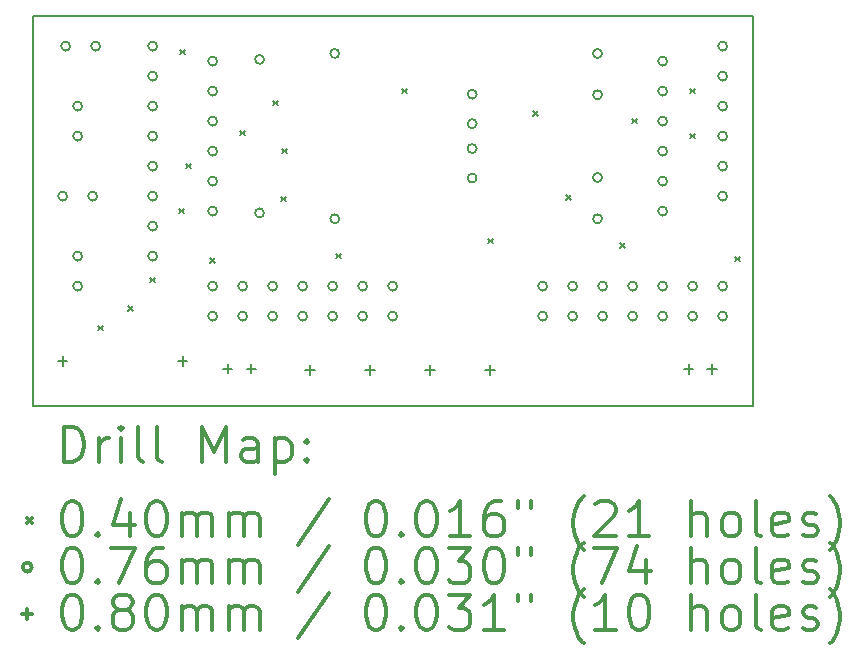
<source format=gbr>
%FSLAX45Y45*%
G04 Gerber Fmt 4.5, Leading zero omitted, Abs format (unit mm)*
G04 Created by KiCad (PCBNEW 4.0.2-4+6225~38~ubuntu14.04.1-stable) date fre 22 apr 2016 18:34:38*
%MOMM*%
G01*
G04 APERTURE LIST*
%ADD10C,0.127000*%
%ADD11C,0.150000*%
%ADD12C,0.200000*%
%ADD13C,0.300000*%
G04 APERTURE END LIST*
D10*
D11*
X11049000Y-8636000D02*
X17145000Y-8636000D01*
X11049000Y-11938000D02*
X11049000Y-8636000D01*
X17145000Y-11938000D02*
X11049000Y-11938000D01*
X17145000Y-8636000D02*
X17145000Y-11938000D01*
D12*
X11600500Y-11257600D02*
X11640500Y-11297600D01*
X11640500Y-11257600D02*
X11600500Y-11297600D01*
X11854500Y-11092500D02*
X11894500Y-11132500D01*
X11894500Y-11092500D02*
X11854500Y-11132500D01*
X12045000Y-10851200D02*
X12085000Y-10891200D01*
X12085000Y-10851200D02*
X12045000Y-10891200D01*
X12286300Y-10267000D02*
X12326300Y-10307000D01*
X12326300Y-10267000D02*
X12286300Y-10307000D01*
X12299000Y-8920800D02*
X12339000Y-8960800D01*
X12339000Y-8920800D02*
X12299000Y-8960800D01*
X12349800Y-9886000D02*
X12389800Y-9926000D01*
X12389800Y-9886000D02*
X12349800Y-9926000D01*
X12553000Y-10686100D02*
X12593000Y-10726100D01*
X12593000Y-10686100D02*
X12553000Y-10726100D01*
X12807000Y-9606600D02*
X12847000Y-9646600D01*
X12847000Y-9606600D02*
X12807000Y-9646600D01*
X13086400Y-9352600D02*
X13126400Y-9392600D01*
X13126400Y-9352600D02*
X13086400Y-9392600D01*
X13149900Y-10165400D02*
X13189900Y-10205400D01*
X13189900Y-10165400D02*
X13149900Y-10205400D01*
X13162600Y-9759000D02*
X13202600Y-9799000D01*
X13202600Y-9759000D02*
X13162600Y-9799000D01*
X13619800Y-10648000D02*
X13659800Y-10688000D01*
X13659800Y-10648000D02*
X13619800Y-10688000D01*
X14178600Y-9251000D02*
X14218600Y-9291000D01*
X14218600Y-9251000D02*
X14178600Y-9291000D01*
X14902500Y-10521000D02*
X14942500Y-10561000D01*
X14942500Y-10521000D02*
X14902500Y-10561000D01*
X15283500Y-9441500D02*
X15323500Y-9481500D01*
X15323500Y-9441500D02*
X15283500Y-9481500D01*
X15562900Y-10152700D02*
X15602900Y-10192700D01*
X15602900Y-10152700D02*
X15562900Y-10192700D01*
X16020100Y-10559100D02*
X16060100Y-10599100D01*
X16060100Y-10559100D02*
X16020100Y-10599100D01*
X16121700Y-9505000D02*
X16161700Y-9545000D01*
X16161700Y-9505000D02*
X16121700Y-9545000D01*
X16617000Y-9251000D02*
X16657000Y-9291000D01*
X16657000Y-9251000D02*
X16617000Y-9291000D01*
X16617000Y-9632000D02*
X16657000Y-9672000D01*
X16657000Y-9632000D02*
X16617000Y-9672000D01*
X16998000Y-10673400D02*
X17038000Y-10713400D01*
X17038000Y-10673400D02*
X16998000Y-10713400D01*
X11341100Y-10160000D02*
G75*
G03X11341100Y-10160000I-38100J0D01*
G01*
X11366500Y-8890000D02*
G75*
G03X11366500Y-8890000I-38100J0D01*
G01*
X11468100Y-9398000D02*
G75*
G03X11468100Y-9398000I-38100J0D01*
G01*
X11468100Y-9652000D02*
G75*
G03X11468100Y-9652000I-38100J0D01*
G01*
X11468100Y-10668000D02*
G75*
G03X11468100Y-10668000I-38100J0D01*
G01*
X11468100Y-10922000D02*
G75*
G03X11468100Y-10922000I-38100J0D01*
G01*
X11595100Y-10160000D02*
G75*
G03X11595100Y-10160000I-38100J0D01*
G01*
X11620500Y-8890000D02*
G75*
G03X11620500Y-8890000I-38100J0D01*
G01*
X12103100Y-8890000D02*
G75*
G03X12103100Y-8890000I-38100J0D01*
G01*
X12103100Y-9144000D02*
G75*
G03X12103100Y-9144000I-38100J0D01*
G01*
X12103100Y-9398000D02*
G75*
G03X12103100Y-9398000I-38100J0D01*
G01*
X12103100Y-9652000D02*
G75*
G03X12103100Y-9652000I-38100J0D01*
G01*
X12103100Y-9906000D02*
G75*
G03X12103100Y-9906000I-38100J0D01*
G01*
X12103100Y-10160000D02*
G75*
G03X12103100Y-10160000I-38100J0D01*
G01*
X12103100Y-10414000D02*
G75*
G03X12103100Y-10414000I-38100J0D01*
G01*
X12103100Y-10668000D02*
G75*
G03X12103100Y-10668000I-38100J0D01*
G01*
X12611100Y-9017000D02*
G75*
G03X12611100Y-9017000I-38100J0D01*
G01*
X12611100Y-9271000D02*
G75*
G03X12611100Y-9271000I-38100J0D01*
G01*
X12611100Y-9525000D02*
G75*
G03X12611100Y-9525000I-38100J0D01*
G01*
X12611100Y-9779000D02*
G75*
G03X12611100Y-9779000I-38100J0D01*
G01*
X12611100Y-10033000D02*
G75*
G03X12611100Y-10033000I-38100J0D01*
G01*
X12611100Y-10287000D02*
G75*
G03X12611100Y-10287000I-38100J0D01*
G01*
X12611100Y-10922000D02*
G75*
G03X12611100Y-10922000I-38100J0D01*
G01*
X12611100Y-11176000D02*
G75*
G03X12611100Y-11176000I-38100J0D01*
G01*
X12865100Y-10922000D02*
G75*
G03X12865100Y-10922000I-38100J0D01*
G01*
X12865100Y-11176000D02*
G75*
G03X12865100Y-11176000I-38100J0D01*
G01*
X13008100Y-9002000D02*
G75*
G03X13008100Y-9002000I-38100J0D01*
G01*
X13008100Y-10302000D02*
G75*
G03X13008100Y-10302000I-38100J0D01*
G01*
X13119100Y-10922000D02*
G75*
G03X13119100Y-10922000I-38100J0D01*
G01*
X13119100Y-11176000D02*
G75*
G03X13119100Y-11176000I-38100J0D01*
G01*
X13373100Y-10922000D02*
G75*
G03X13373100Y-10922000I-38100J0D01*
G01*
X13373100Y-11176000D02*
G75*
G03X13373100Y-11176000I-38100J0D01*
G01*
X13627100Y-10922000D02*
G75*
G03X13627100Y-10922000I-38100J0D01*
G01*
X13627100Y-11176000D02*
G75*
G03X13627100Y-11176000I-38100J0D01*
G01*
X13645100Y-8952000D02*
G75*
G03X13645100Y-8952000I-38100J0D01*
G01*
X13645100Y-10352000D02*
G75*
G03X13645100Y-10352000I-38100J0D01*
G01*
X13881100Y-10922000D02*
G75*
G03X13881100Y-10922000I-38100J0D01*
G01*
X13881100Y-11176000D02*
G75*
G03X13881100Y-11176000I-38100J0D01*
G01*
X14135100Y-10922000D02*
G75*
G03X14135100Y-10922000I-38100J0D01*
G01*
X14135100Y-11176000D02*
G75*
G03X14135100Y-11176000I-38100J0D01*
G01*
X14808100Y-9297000D02*
G75*
G03X14808100Y-9297000I-38100J0D01*
G01*
X14808100Y-9547000D02*
G75*
G03X14808100Y-9547000I-38100J0D01*
G01*
X14808100Y-9757000D02*
G75*
G03X14808100Y-9757000I-38100J0D01*
G01*
X14808100Y-10007000D02*
G75*
G03X14808100Y-10007000I-38100J0D01*
G01*
X15405100Y-10922000D02*
G75*
G03X15405100Y-10922000I-38100J0D01*
G01*
X15405100Y-11176000D02*
G75*
G03X15405100Y-11176000I-38100J0D01*
G01*
X15659100Y-10922000D02*
G75*
G03X15659100Y-10922000I-38100J0D01*
G01*
X15659100Y-11176000D02*
G75*
G03X15659100Y-11176000I-38100J0D01*
G01*
X15870100Y-8952000D02*
G75*
G03X15870100Y-8952000I-38100J0D01*
G01*
X15870100Y-9302000D02*
G75*
G03X15870100Y-9302000I-38100J0D01*
G01*
X15870100Y-10002000D02*
G75*
G03X15870100Y-10002000I-38100J0D01*
G01*
X15870100Y-10352000D02*
G75*
G03X15870100Y-10352000I-38100J0D01*
G01*
X15913100Y-10922000D02*
G75*
G03X15913100Y-10922000I-38100J0D01*
G01*
X15913100Y-11176000D02*
G75*
G03X15913100Y-11176000I-38100J0D01*
G01*
X16167100Y-10922000D02*
G75*
G03X16167100Y-10922000I-38100J0D01*
G01*
X16167100Y-11176000D02*
G75*
G03X16167100Y-11176000I-38100J0D01*
G01*
X16421100Y-9017000D02*
G75*
G03X16421100Y-9017000I-38100J0D01*
G01*
X16421100Y-9271000D02*
G75*
G03X16421100Y-9271000I-38100J0D01*
G01*
X16421100Y-9525000D02*
G75*
G03X16421100Y-9525000I-38100J0D01*
G01*
X16421100Y-9779000D02*
G75*
G03X16421100Y-9779000I-38100J0D01*
G01*
X16421100Y-10033000D02*
G75*
G03X16421100Y-10033000I-38100J0D01*
G01*
X16421100Y-10287000D02*
G75*
G03X16421100Y-10287000I-38100J0D01*
G01*
X16421100Y-10922000D02*
G75*
G03X16421100Y-10922000I-38100J0D01*
G01*
X16421100Y-11176000D02*
G75*
G03X16421100Y-11176000I-38100J0D01*
G01*
X16675100Y-10922000D02*
G75*
G03X16675100Y-10922000I-38100J0D01*
G01*
X16675100Y-11176000D02*
G75*
G03X16675100Y-11176000I-38100J0D01*
G01*
X16929100Y-8890000D02*
G75*
G03X16929100Y-8890000I-38100J0D01*
G01*
X16929100Y-9144000D02*
G75*
G03X16929100Y-9144000I-38100J0D01*
G01*
X16929100Y-9398000D02*
G75*
G03X16929100Y-9398000I-38100J0D01*
G01*
X16929100Y-9652000D02*
G75*
G03X16929100Y-9652000I-38100J0D01*
G01*
X16929100Y-9906000D02*
G75*
G03X16929100Y-9906000I-38100J0D01*
G01*
X16929100Y-10160000D02*
G75*
G03X16929100Y-10160000I-38100J0D01*
G01*
X16929100Y-10922000D02*
G75*
G03X16929100Y-10922000I-38100J0D01*
G01*
X16929100Y-11176000D02*
G75*
G03X16929100Y-11176000I-38100J0D01*
G01*
X11303000Y-11517000D02*
X11303000Y-11597000D01*
X11263000Y-11557000D02*
X11343000Y-11557000D01*
X12319000Y-11517000D02*
X12319000Y-11597000D01*
X12279000Y-11557000D02*
X12359000Y-11557000D01*
X12700000Y-11580500D02*
X12700000Y-11660500D01*
X12660000Y-11620500D02*
X12740000Y-11620500D01*
X12900000Y-11580500D02*
X12900000Y-11660500D01*
X12860000Y-11620500D02*
X12940000Y-11620500D01*
X13398500Y-11593200D02*
X13398500Y-11673200D01*
X13358500Y-11633200D02*
X13438500Y-11633200D01*
X13906500Y-11593200D02*
X13906500Y-11673200D01*
X13866500Y-11633200D02*
X13946500Y-11633200D01*
X14414500Y-11593200D02*
X14414500Y-11673200D01*
X14374500Y-11633200D02*
X14454500Y-11633200D01*
X14922500Y-11593200D02*
X14922500Y-11673200D01*
X14882500Y-11633200D02*
X14962500Y-11633200D01*
X16602000Y-11584000D02*
X16602000Y-11664000D01*
X16562000Y-11624000D02*
X16642000Y-11624000D01*
X16802000Y-11584000D02*
X16802000Y-11664000D01*
X16762000Y-11624000D02*
X16842000Y-11624000D01*
D13*
X11312928Y-12411214D02*
X11312928Y-12111214D01*
X11384357Y-12111214D01*
X11427214Y-12125500D01*
X11455786Y-12154071D01*
X11470071Y-12182643D01*
X11484357Y-12239786D01*
X11484357Y-12282643D01*
X11470071Y-12339786D01*
X11455786Y-12368357D01*
X11427214Y-12396929D01*
X11384357Y-12411214D01*
X11312928Y-12411214D01*
X11612928Y-12411214D02*
X11612928Y-12211214D01*
X11612928Y-12268357D02*
X11627214Y-12239786D01*
X11641500Y-12225500D01*
X11670071Y-12211214D01*
X11698643Y-12211214D01*
X11798643Y-12411214D02*
X11798643Y-12211214D01*
X11798643Y-12111214D02*
X11784357Y-12125500D01*
X11798643Y-12139786D01*
X11812928Y-12125500D01*
X11798643Y-12111214D01*
X11798643Y-12139786D01*
X11984357Y-12411214D02*
X11955786Y-12396929D01*
X11941500Y-12368357D01*
X11941500Y-12111214D01*
X12141500Y-12411214D02*
X12112928Y-12396929D01*
X12098643Y-12368357D01*
X12098643Y-12111214D01*
X12484357Y-12411214D02*
X12484357Y-12111214D01*
X12584357Y-12325500D01*
X12684357Y-12111214D01*
X12684357Y-12411214D01*
X12955786Y-12411214D02*
X12955786Y-12254071D01*
X12941500Y-12225500D01*
X12912928Y-12211214D01*
X12855786Y-12211214D01*
X12827214Y-12225500D01*
X12955786Y-12396929D02*
X12927214Y-12411214D01*
X12855786Y-12411214D01*
X12827214Y-12396929D01*
X12812928Y-12368357D01*
X12812928Y-12339786D01*
X12827214Y-12311214D01*
X12855786Y-12296929D01*
X12927214Y-12296929D01*
X12955786Y-12282643D01*
X13098643Y-12211214D02*
X13098643Y-12511214D01*
X13098643Y-12225500D02*
X13127214Y-12211214D01*
X13184357Y-12211214D01*
X13212928Y-12225500D01*
X13227214Y-12239786D01*
X13241500Y-12268357D01*
X13241500Y-12354071D01*
X13227214Y-12382643D01*
X13212928Y-12396929D01*
X13184357Y-12411214D01*
X13127214Y-12411214D01*
X13098643Y-12396929D01*
X13370071Y-12382643D02*
X13384357Y-12396929D01*
X13370071Y-12411214D01*
X13355786Y-12396929D01*
X13370071Y-12382643D01*
X13370071Y-12411214D01*
X13370071Y-12225500D02*
X13384357Y-12239786D01*
X13370071Y-12254071D01*
X13355786Y-12239786D01*
X13370071Y-12225500D01*
X13370071Y-12254071D01*
X11001500Y-12885500D02*
X11041500Y-12925500D01*
X11041500Y-12885500D02*
X11001500Y-12925500D01*
X11370071Y-12741214D02*
X11398643Y-12741214D01*
X11427214Y-12755500D01*
X11441500Y-12769786D01*
X11455786Y-12798357D01*
X11470071Y-12855500D01*
X11470071Y-12926929D01*
X11455786Y-12984071D01*
X11441500Y-13012643D01*
X11427214Y-13026929D01*
X11398643Y-13041214D01*
X11370071Y-13041214D01*
X11341500Y-13026929D01*
X11327214Y-13012643D01*
X11312928Y-12984071D01*
X11298643Y-12926929D01*
X11298643Y-12855500D01*
X11312928Y-12798357D01*
X11327214Y-12769786D01*
X11341500Y-12755500D01*
X11370071Y-12741214D01*
X11598643Y-13012643D02*
X11612928Y-13026929D01*
X11598643Y-13041214D01*
X11584357Y-13026929D01*
X11598643Y-13012643D01*
X11598643Y-13041214D01*
X11870071Y-12841214D02*
X11870071Y-13041214D01*
X11798643Y-12726929D02*
X11727214Y-12941214D01*
X11912928Y-12941214D01*
X12084357Y-12741214D02*
X12112928Y-12741214D01*
X12141500Y-12755500D01*
X12155786Y-12769786D01*
X12170071Y-12798357D01*
X12184357Y-12855500D01*
X12184357Y-12926929D01*
X12170071Y-12984071D01*
X12155786Y-13012643D01*
X12141500Y-13026929D01*
X12112928Y-13041214D01*
X12084357Y-13041214D01*
X12055786Y-13026929D01*
X12041500Y-13012643D01*
X12027214Y-12984071D01*
X12012928Y-12926929D01*
X12012928Y-12855500D01*
X12027214Y-12798357D01*
X12041500Y-12769786D01*
X12055786Y-12755500D01*
X12084357Y-12741214D01*
X12312928Y-13041214D02*
X12312928Y-12841214D01*
X12312928Y-12869786D02*
X12327214Y-12855500D01*
X12355786Y-12841214D01*
X12398643Y-12841214D01*
X12427214Y-12855500D01*
X12441500Y-12884071D01*
X12441500Y-13041214D01*
X12441500Y-12884071D02*
X12455786Y-12855500D01*
X12484357Y-12841214D01*
X12527214Y-12841214D01*
X12555786Y-12855500D01*
X12570071Y-12884071D01*
X12570071Y-13041214D01*
X12712928Y-13041214D02*
X12712928Y-12841214D01*
X12712928Y-12869786D02*
X12727214Y-12855500D01*
X12755786Y-12841214D01*
X12798643Y-12841214D01*
X12827214Y-12855500D01*
X12841500Y-12884071D01*
X12841500Y-13041214D01*
X12841500Y-12884071D02*
X12855786Y-12855500D01*
X12884357Y-12841214D01*
X12927214Y-12841214D01*
X12955786Y-12855500D01*
X12970071Y-12884071D01*
X12970071Y-13041214D01*
X13555786Y-12726929D02*
X13298643Y-13112643D01*
X13941500Y-12741214D02*
X13970071Y-12741214D01*
X13998643Y-12755500D01*
X14012928Y-12769786D01*
X14027214Y-12798357D01*
X14041500Y-12855500D01*
X14041500Y-12926929D01*
X14027214Y-12984071D01*
X14012928Y-13012643D01*
X13998643Y-13026929D01*
X13970071Y-13041214D01*
X13941500Y-13041214D01*
X13912928Y-13026929D01*
X13898643Y-13012643D01*
X13884357Y-12984071D01*
X13870071Y-12926929D01*
X13870071Y-12855500D01*
X13884357Y-12798357D01*
X13898643Y-12769786D01*
X13912928Y-12755500D01*
X13941500Y-12741214D01*
X14170071Y-13012643D02*
X14184357Y-13026929D01*
X14170071Y-13041214D01*
X14155786Y-13026929D01*
X14170071Y-13012643D01*
X14170071Y-13041214D01*
X14370071Y-12741214D02*
X14398643Y-12741214D01*
X14427214Y-12755500D01*
X14441500Y-12769786D01*
X14455785Y-12798357D01*
X14470071Y-12855500D01*
X14470071Y-12926929D01*
X14455785Y-12984071D01*
X14441500Y-13012643D01*
X14427214Y-13026929D01*
X14398643Y-13041214D01*
X14370071Y-13041214D01*
X14341500Y-13026929D01*
X14327214Y-13012643D01*
X14312928Y-12984071D01*
X14298643Y-12926929D01*
X14298643Y-12855500D01*
X14312928Y-12798357D01*
X14327214Y-12769786D01*
X14341500Y-12755500D01*
X14370071Y-12741214D01*
X14755785Y-13041214D02*
X14584357Y-13041214D01*
X14670071Y-13041214D02*
X14670071Y-12741214D01*
X14641500Y-12784071D01*
X14612928Y-12812643D01*
X14584357Y-12826929D01*
X15012928Y-12741214D02*
X14955785Y-12741214D01*
X14927214Y-12755500D01*
X14912928Y-12769786D01*
X14884357Y-12812643D01*
X14870071Y-12869786D01*
X14870071Y-12984071D01*
X14884357Y-13012643D01*
X14898643Y-13026929D01*
X14927214Y-13041214D01*
X14984357Y-13041214D01*
X15012928Y-13026929D01*
X15027214Y-13012643D01*
X15041500Y-12984071D01*
X15041500Y-12912643D01*
X15027214Y-12884071D01*
X15012928Y-12869786D01*
X14984357Y-12855500D01*
X14927214Y-12855500D01*
X14898643Y-12869786D01*
X14884357Y-12884071D01*
X14870071Y-12912643D01*
X15155786Y-12741214D02*
X15155786Y-12798357D01*
X15270071Y-12741214D02*
X15270071Y-12798357D01*
X15712928Y-13155500D02*
X15698643Y-13141214D01*
X15670071Y-13098357D01*
X15655785Y-13069786D01*
X15641500Y-13026929D01*
X15627214Y-12955500D01*
X15627214Y-12898357D01*
X15641500Y-12826929D01*
X15655785Y-12784071D01*
X15670071Y-12755500D01*
X15698643Y-12712643D01*
X15712928Y-12698357D01*
X15812928Y-12769786D02*
X15827214Y-12755500D01*
X15855785Y-12741214D01*
X15927214Y-12741214D01*
X15955785Y-12755500D01*
X15970071Y-12769786D01*
X15984357Y-12798357D01*
X15984357Y-12826929D01*
X15970071Y-12869786D01*
X15798643Y-13041214D01*
X15984357Y-13041214D01*
X16270071Y-13041214D02*
X16098643Y-13041214D01*
X16184357Y-13041214D02*
X16184357Y-12741214D01*
X16155785Y-12784071D01*
X16127214Y-12812643D01*
X16098643Y-12826929D01*
X16627214Y-13041214D02*
X16627214Y-12741214D01*
X16755785Y-13041214D02*
X16755785Y-12884071D01*
X16741500Y-12855500D01*
X16712928Y-12841214D01*
X16670071Y-12841214D01*
X16641500Y-12855500D01*
X16627214Y-12869786D01*
X16941500Y-13041214D02*
X16912928Y-13026929D01*
X16898643Y-13012643D01*
X16884357Y-12984071D01*
X16884357Y-12898357D01*
X16898643Y-12869786D01*
X16912928Y-12855500D01*
X16941500Y-12841214D01*
X16984357Y-12841214D01*
X17012928Y-12855500D01*
X17027214Y-12869786D01*
X17041500Y-12898357D01*
X17041500Y-12984071D01*
X17027214Y-13012643D01*
X17012928Y-13026929D01*
X16984357Y-13041214D01*
X16941500Y-13041214D01*
X17212928Y-13041214D02*
X17184357Y-13026929D01*
X17170071Y-12998357D01*
X17170071Y-12741214D01*
X17441500Y-13026929D02*
X17412929Y-13041214D01*
X17355786Y-13041214D01*
X17327214Y-13026929D01*
X17312929Y-12998357D01*
X17312929Y-12884071D01*
X17327214Y-12855500D01*
X17355786Y-12841214D01*
X17412929Y-12841214D01*
X17441500Y-12855500D01*
X17455786Y-12884071D01*
X17455786Y-12912643D01*
X17312929Y-12941214D01*
X17570071Y-13026929D02*
X17598643Y-13041214D01*
X17655786Y-13041214D01*
X17684357Y-13026929D01*
X17698643Y-12998357D01*
X17698643Y-12984071D01*
X17684357Y-12955500D01*
X17655786Y-12941214D01*
X17612929Y-12941214D01*
X17584357Y-12926929D01*
X17570071Y-12898357D01*
X17570071Y-12884071D01*
X17584357Y-12855500D01*
X17612929Y-12841214D01*
X17655786Y-12841214D01*
X17684357Y-12855500D01*
X17798643Y-13155500D02*
X17812929Y-13141214D01*
X17841500Y-13098357D01*
X17855786Y-13069786D01*
X17870071Y-13026929D01*
X17884357Y-12955500D01*
X17884357Y-12898357D01*
X17870071Y-12826929D01*
X17855786Y-12784071D01*
X17841500Y-12755500D01*
X17812929Y-12712643D01*
X17798643Y-12698357D01*
X11041500Y-13301500D02*
G75*
G03X11041500Y-13301500I-38100J0D01*
G01*
X11370071Y-13137214D02*
X11398643Y-13137214D01*
X11427214Y-13151500D01*
X11441500Y-13165786D01*
X11455786Y-13194357D01*
X11470071Y-13251500D01*
X11470071Y-13322929D01*
X11455786Y-13380071D01*
X11441500Y-13408643D01*
X11427214Y-13422929D01*
X11398643Y-13437214D01*
X11370071Y-13437214D01*
X11341500Y-13422929D01*
X11327214Y-13408643D01*
X11312928Y-13380071D01*
X11298643Y-13322929D01*
X11298643Y-13251500D01*
X11312928Y-13194357D01*
X11327214Y-13165786D01*
X11341500Y-13151500D01*
X11370071Y-13137214D01*
X11598643Y-13408643D02*
X11612928Y-13422929D01*
X11598643Y-13437214D01*
X11584357Y-13422929D01*
X11598643Y-13408643D01*
X11598643Y-13437214D01*
X11712928Y-13137214D02*
X11912928Y-13137214D01*
X11784357Y-13437214D01*
X12155786Y-13137214D02*
X12098643Y-13137214D01*
X12070071Y-13151500D01*
X12055786Y-13165786D01*
X12027214Y-13208643D01*
X12012928Y-13265786D01*
X12012928Y-13380071D01*
X12027214Y-13408643D01*
X12041500Y-13422929D01*
X12070071Y-13437214D01*
X12127214Y-13437214D01*
X12155786Y-13422929D01*
X12170071Y-13408643D01*
X12184357Y-13380071D01*
X12184357Y-13308643D01*
X12170071Y-13280071D01*
X12155786Y-13265786D01*
X12127214Y-13251500D01*
X12070071Y-13251500D01*
X12041500Y-13265786D01*
X12027214Y-13280071D01*
X12012928Y-13308643D01*
X12312928Y-13437214D02*
X12312928Y-13237214D01*
X12312928Y-13265786D02*
X12327214Y-13251500D01*
X12355786Y-13237214D01*
X12398643Y-13237214D01*
X12427214Y-13251500D01*
X12441500Y-13280071D01*
X12441500Y-13437214D01*
X12441500Y-13280071D02*
X12455786Y-13251500D01*
X12484357Y-13237214D01*
X12527214Y-13237214D01*
X12555786Y-13251500D01*
X12570071Y-13280071D01*
X12570071Y-13437214D01*
X12712928Y-13437214D02*
X12712928Y-13237214D01*
X12712928Y-13265786D02*
X12727214Y-13251500D01*
X12755786Y-13237214D01*
X12798643Y-13237214D01*
X12827214Y-13251500D01*
X12841500Y-13280071D01*
X12841500Y-13437214D01*
X12841500Y-13280071D02*
X12855786Y-13251500D01*
X12884357Y-13237214D01*
X12927214Y-13237214D01*
X12955786Y-13251500D01*
X12970071Y-13280071D01*
X12970071Y-13437214D01*
X13555786Y-13122929D02*
X13298643Y-13508643D01*
X13941500Y-13137214D02*
X13970071Y-13137214D01*
X13998643Y-13151500D01*
X14012928Y-13165786D01*
X14027214Y-13194357D01*
X14041500Y-13251500D01*
X14041500Y-13322929D01*
X14027214Y-13380071D01*
X14012928Y-13408643D01*
X13998643Y-13422929D01*
X13970071Y-13437214D01*
X13941500Y-13437214D01*
X13912928Y-13422929D01*
X13898643Y-13408643D01*
X13884357Y-13380071D01*
X13870071Y-13322929D01*
X13870071Y-13251500D01*
X13884357Y-13194357D01*
X13898643Y-13165786D01*
X13912928Y-13151500D01*
X13941500Y-13137214D01*
X14170071Y-13408643D02*
X14184357Y-13422929D01*
X14170071Y-13437214D01*
X14155786Y-13422929D01*
X14170071Y-13408643D01*
X14170071Y-13437214D01*
X14370071Y-13137214D02*
X14398643Y-13137214D01*
X14427214Y-13151500D01*
X14441500Y-13165786D01*
X14455785Y-13194357D01*
X14470071Y-13251500D01*
X14470071Y-13322929D01*
X14455785Y-13380071D01*
X14441500Y-13408643D01*
X14427214Y-13422929D01*
X14398643Y-13437214D01*
X14370071Y-13437214D01*
X14341500Y-13422929D01*
X14327214Y-13408643D01*
X14312928Y-13380071D01*
X14298643Y-13322929D01*
X14298643Y-13251500D01*
X14312928Y-13194357D01*
X14327214Y-13165786D01*
X14341500Y-13151500D01*
X14370071Y-13137214D01*
X14570071Y-13137214D02*
X14755785Y-13137214D01*
X14655785Y-13251500D01*
X14698643Y-13251500D01*
X14727214Y-13265786D01*
X14741500Y-13280071D01*
X14755785Y-13308643D01*
X14755785Y-13380071D01*
X14741500Y-13408643D01*
X14727214Y-13422929D01*
X14698643Y-13437214D01*
X14612928Y-13437214D01*
X14584357Y-13422929D01*
X14570071Y-13408643D01*
X14941500Y-13137214D02*
X14970071Y-13137214D01*
X14998643Y-13151500D01*
X15012928Y-13165786D01*
X15027214Y-13194357D01*
X15041500Y-13251500D01*
X15041500Y-13322929D01*
X15027214Y-13380071D01*
X15012928Y-13408643D01*
X14998643Y-13422929D01*
X14970071Y-13437214D01*
X14941500Y-13437214D01*
X14912928Y-13422929D01*
X14898643Y-13408643D01*
X14884357Y-13380071D01*
X14870071Y-13322929D01*
X14870071Y-13251500D01*
X14884357Y-13194357D01*
X14898643Y-13165786D01*
X14912928Y-13151500D01*
X14941500Y-13137214D01*
X15155786Y-13137214D02*
X15155786Y-13194357D01*
X15270071Y-13137214D02*
X15270071Y-13194357D01*
X15712928Y-13551500D02*
X15698643Y-13537214D01*
X15670071Y-13494357D01*
X15655785Y-13465786D01*
X15641500Y-13422929D01*
X15627214Y-13351500D01*
X15627214Y-13294357D01*
X15641500Y-13222929D01*
X15655785Y-13180071D01*
X15670071Y-13151500D01*
X15698643Y-13108643D01*
X15712928Y-13094357D01*
X15798643Y-13137214D02*
X15998643Y-13137214D01*
X15870071Y-13437214D01*
X16241500Y-13237214D02*
X16241500Y-13437214D01*
X16170071Y-13122929D02*
X16098643Y-13337214D01*
X16284357Y-13337214D01*
X16627214Y-13437214D02*
X16627214Y-13137214D01*
X16755785Y-13437214D02*
X16755785Y-13280071D01*
X16741500Y-13251500D01*
X16712928Y-13237214D01*
X16670071Y-13237214D01*
X16641500Y-13251500D01*
X16627214Y-13265786D01*
X16941500Y-13437214D02*
X16912928Y-13422929D01*
X16898643Y-13408643D01*
X16884357Y-13380071D01*
X16884357Y-13294357D01*
X16898643Y-13265786D01*
X16912928Y-13251500D01*
X16941500Y-13237214D01*
X16984357Y-13237214D01*
X17012928Y-13251500D01*
X17027214Y-13265786D01*
X17041500Y-13294357D01*
X17041500Y-13380071D01*
X17027214Y-13408643D01*
X17012928Y-13422929D01*
X16984357Y-13437214D01*
X16941500Y-13437214D01*
X17212928Y-13437214D02*
X17184357Y-13422929D01*
X17170071Y-13394357D01*
X17170071Y-13137214D01*
X17441500Y-13422929D02*
X17412929Y-13437214D01*
X17355786Y-13437214D01*
X17327214Y-13422929D01*
X17312929Y-13394357D01*
X17312929Y-13280071D01*
X17327214Y-13251500D01*
X17355786Y-13237214D01*
X17412929Y-13237214D01*
X17441500Y-13251500D01*
X17455786Y-13280071D01*
X17455786Y-13308643D01*
X17312929Y-13337214D01*
X17570071Y-13422929D02*
X17598643Y-13437214D01*
X17655786Y-13437214D01*
X17684357Y-13422929D01*
X17698643Y-13394357D01*
X17698643Y-13380071D01*
X17684357Y-13351500D01*
X17655786Y-13337214D01*
X17612929Y-13337214D01*
X17584357Y-13322929D01*
X17570071Y-13294357D01*
X17570071Y-13280071D01*
X17584357Y-13251500D01*
X17612929Y-13237214D01*
X17655786Y-13237214D01*
X17684357Y-13251500D01*
X17798643Y-13551500D02*
X17812929Y-13537214D01*
X17841500Y-13494357D01*
X17855786Y-13465786D01*
X17870071Y-13422929D01*
X17884357Y-13351500D01*
X17884357Y-13294357D01*
X17870071Y-13222929D01*
X17855786Y-13180071D01*
X17841500Y-13151500D01*
X17812929Y-13108643D01*
X17798643Y-13094357D01*
X11001500Y-13657500D02*
X11001500Y-13737500D01*
X10961500Y-13697500D02*
X11041500Y-13697500D01*
X11370071Y-13533214D02*
X11398643Y-13533214D01*
X11427214Y-13547500D01*
X11441500Y-13561786D01*
X11455786Y-13590357D01*
X11470071Y-13647500D01*
X11470071Y-13718929D01*
X11455786Y-13776071D01*
X11441500Y-13804643D01*
X11427214Y-13818929D01*
X11398643Y-13833214D01*
X11370071Y-13833214D01*
X11341500Y-13818929D01*
X11327214Y-13804643D01*
X11312928Y-13776071D01*
X11298643Y-13718929D01*
X11298643Y-13647500D01*
X11312928Y-13590357D01*
X11327214Y-13561786D01*
X11341500Y-13547500D01*
X11370071Y-13533214D01*
X11598643Y-13804643D02*
X11612928Y-13818929D01*
X11598643Y-13833214D01*
X11584357Y-13818929D01*
X11598643Y-13804643D01*
X11598643Y-13833214D01*
X11784357Y-13661786D02*
X11755786Y-13647500D01*
X11741500Y-13633214D01*
X11727214Y-13604643D01*
X11727214Y-13590357D01*
X11741500Y-13561786D01*
X11755786Y-13547500D01*
X11784357Y-13533214D01*
X11841500Y-13533214D01*
X11870071Y-13547500D01*
X11884357Y-13561786D01*
X11898643Y-13590357D01*
X11898643Y-13604643D01*
X11884357Y-13633214D01*
X11870071Y-13647500D01*
X11841500Y-13661786D01*
X11784357Y-13661786D01*
X11755786Y-13676071D01*
X11741500Y-13690357D01*
X11727214Y-13718929D01*
X11727214Y-13776071D01*
X11741500Y-13804643D01*
X11755786Y-13818929D01*
X11784357Y-13833214D01*
X11841500Y-13833214D01*
X11870071Y-13818929D01*
X11884357Y-13804643D01*
X11898643Y-13776071D01*
X11898643Y-13718929D01*
X11884357Y-13690357D01*
X11870071Y-13676071D01*
X11841500Y-13661786D01*
X12084357Y-13533214D02*
X12112928Y-13533214D01*
X12141500Y-13547500D01*
X12155786Y-13561786D01*
X12170071Y-13590357D01*
X12184357Y-13647500D01*
X12184357Y-13718929D01*
X12170071Y-13776071D01*
X12155786Y-13804643D01*
X12141500Y-13818929D01*
X12112928Y-13833214D01*
X12084357Y-13833214D01*
X12055786Y-13818929D01*
X12041500Y-13804643D01*
X12027214Y-13776071D01*
X12012928Y-13718929D01*
X12012928Y-13647500D01*
X12027214Y-13590357D01*
X12041500Y-13561786D01*
X12055786Y-13547500D01*
X12084357Y-13533214D01*
X12312928Y-13833214D02*
X12312928Y-13633214D01*
X12312928Y-13661786D02*
X12327214Y-13647500D01*
X12355786Y-13633214D01*
X12398643Y-13633214D01*
X12427214Y-13647500D01*
X12441500Y-13676071D01*
X12441500Y-13833214D01*
X12441500Y-13676071D02*
X12455786Y-13647500D01*
X12484357Y-13633214D01*
X12527214Y-13633214D01*
X12555786Y-13647500D01*
X12570071Y-13676071D01*
X12570071Y-13833214D01*
X12712928Y-13833214D02*
X12712928Y-13633214D01*
X12712928Y-13661786D02*
X12727214Y-13647500D01*
X12755786Y-13633214D01*
X12798643Y-13633214D01*
X12827214Y-13647500D01*
X12841500Y-13676071D01*
X12841500Y-13833214D01*
X12841500Y-13676071D02*
X12855786Y-13647500D01*
X12884357Y-13633214D01*
X12927214Y-13633214D01*
X12955786Y-13647500D01*
X12970071Y-13676071D01*
X12970071Y-13833214D01*
X13555786Y-13518929D02*
X13298643Y-13904643D01*
X13941500Y-13533214D02*
X13970071Y-13533214D01*
X13998643Y-13547500D01*
X14012928Y-13561786D01*
X14027214Y-13590357D01*
X14041500Y-13647500D01*
X14041500Y-13718929D01*
X14027214Y-13776071D01*
X14012928Y-13804643D01*
X13998643Y-13818929D01*
X13970071Y-13833214D01*
X13941500Y-13833214D01*
X13912928Y-13818929D01*
X13898643Y-13804643D01*
X13884357Y-13776071D01*
X13870071Y-13718929D01*
X13870071Y-13647500D01*
X13884357Y-13590357D01*
X13898643Y-13561786D01*
X13912928Y-13547500D01*
X13941500Y-13533214D01*
X14170071Y-13804643D02*
X14184357Y-13818929D01*
X14170071Y-13833214D01*
X14155786Y-13818929D01*
X14170071Y-13804643D01*
X14170071Y-13833214D01*
X14370071Y-13533214D02*
X14398643Y-13533214D01*
X14427214Y-13547500D01*
X14441500Y-13561786D01*
X14455785Y-13590357D01*
X14470071Y-13647500D01*
X14470071Y-13718929D01*
X14455785Y-13776071D01*
X14441500Y-13804643D01*
X14427214Y-13818929D01*
X14398643Y-13833214D01*
X14370071Y-13833214D01*
X14341500Y-13818929D01*
X14327214Y-13804643D01*
X14312928Y-13776071D01*
X14298643Y-13718929D01*
X14298643Y-13647500D01*
X14312928Y-13590357D01*
X14327214Y-13561786D01*
X14341500Y-13547500D01*
X14370071Y-13533214D01*
X14570071Y-13533214D02*
X14755785Y-13533214D01*
X14655785Y-13647500D01*
X14698643Y-13647500D01*
X14727214Y-13661786D01*
X14741500Y-13676071D01*
X14755785Y-13704643D01*
X14755785Y-13776071D01*
X14741500Y-13804643D01*
X14727214Y-13818929D01*
X14698643Y-13833214D01*
X14612928Y-13833214D01*
X14584357Y-13818929D01*
X14570071Y-13804643D01*
X15041500Y-13833214D02*
X14870071Y-13833214D01*
X14955785Y-13833214D02*
X14955785Y-13533214D01*
X14927214Y-13576071D01*
X14898643Y-13604643D01*
X14870071Y-13618929D01*
X15155786Y-13533214D02*
X15155786Y-13590357D01*
X15270071Y-13533214D02*
X15270071Y-13590357D01*
X15712928Y-13947500D02*
X15698643Y-13933214D01*
X15670071Y-13890357D01*
X15655785Y-13861786D01*
X15641500Y-13818929D01*
X15627214Y-13747500D01*
X15627214Y-13690357D01*
X15641500Y-13618929D01*
X15655785Y-13576071D01*
X15670071Y-13547500D01*
X15698643Y-13504643D01*
X15712928Y-13490357D01*
X15984357Y-13833214D02*
X15812928Y-13833214D01*
X15898643Y-13833214D02*
X15898643Y-13533214D01*
X15870071Y-13576071D01*
X15841500Y-13604643D01*
X15812928Y-13618929D01*
X16170071Y-13533214D02*
X16198643Y-13533214D01*
X16227214Y-13547500D01*
X16241500Y-13561786D01*
X16255785Y-13590357D01*
X16270071Y-13647500D01*
X16270071Y-13718929D01*
X16255785Y-13776071D01*
X16241500Y-13804643D01*
X16227214Y-13818929D01*
X16198643Y-13833214D01*
X16170071Y-13833214D01*
X16141500Y-13818929D01*
X16127214Y-13804643D01*
X16112928Y-13776071D01*
X16098643Y-13718929D01*
X16098643Y-13647500D01*
X16112928Y-13590357D01*
X16127214Y-13561786D01*
X16141500Y-13547500D01*
X16170071Y-13533214D01*
X16627214Y-13833214D02*
X16627214Y-13533214D01*
X16755785Y-13833214D02*
X16755785Y-13676071D01*
X16741500Y-13647500D01*
X16712928Y-13633214D01*
X16670071Y-13633214D01*
X16641500Y-13647500D01*
X16627214Y-13661786D01*
X16941500Y-13833214D02*
X16912928Y-13818929D01*
X16898643Y-13804643D01*
X16884357Y-13776071D01*
X16884357Y-13690357D01*
X16898643Y-13661786D01*
X16912928Y-13647500D01*
X16941500Y-13633214D01*
X16984357Y-13633214D01*
X17012928Y-13647500D01*
X17027214Y-13661786D01*
X17041500Y-13690357D01*
X17041500Y-13776071D01*
X17027214Y-13804643D01*
X17012928Y-13818929D01*
X16984357Y-13833214D01*
X16941500Y-13833214D01*
X17212928Y-13833214D02*
X17184357Y-13818929D01*
X17170071Y-13790357D01*
X17170071Y-13533214D01*
X17441500Y-13818929D02*
X17412929Y-13833214D01*
X17355786Y-13833214D01*
X17327214Y-13818929D01*
X17312929Y-13790357D01*
X17312929Y-13676071D01*
X17327214Y-13647500D01*
X17355786Y-13633214D01*
X17412929Y-13633214D01*
X17441500Y-13647500D01*
X17455786Y-13676071D01*
X17455786Y-13704643D01*
X17312929Y-13733214D01*
X17570071Y-13818929D02*
X17598643Y-13833214D01*
X17655786Y-13833214D01*
X17684357Y-13818929D01*
X17698643Y-13790357D01*
X17698643Y-13776071D01*
X17684357Y-13747500D01*
X17655786Y-13733214D01*
X17612929Y-13733214D01*
X17584357Y-13718929D01*
X17570071Y-13690357D01*
X17570071Y-13676071D01*
X17584357Y-13647500D01*
X17612929Y-13633214D01*
X17655786Y-13633214D01*
X17684357Y-13647500D01*
X17798643Y-13947500D02*
X17812929Y-13933214D01*
X17841500Y-13890357D01*
X17855786Y-13861786D01*
X17870071Y-13818929D01*
X17884357Y-13747500D01*
X17884357Y-13690357D01*
X17870071Y-13618929D01*
X17855786Y-13576071D01*
X17841500Y-13547500D01*
X17812929Y-13504643D01*
X17798643Y-13490357D01*
M02*

</source>
